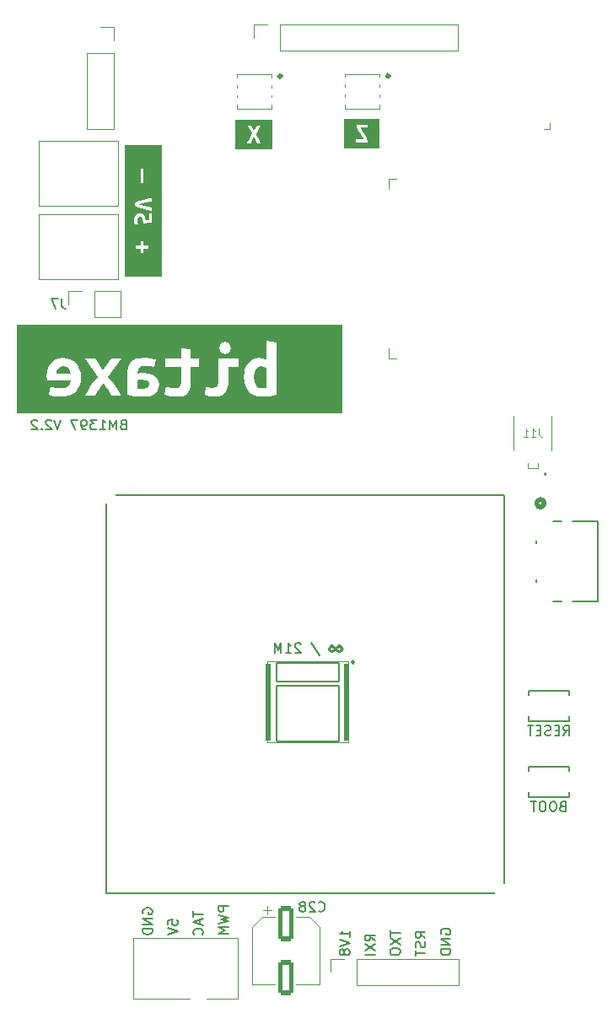
<source format=gbr>
%TF.GenerationSoftware,KiCad,Pcbnew,7.0.6-0*%
%TF.CreationDate,2023-08-11T12:33:22-04:00*%
%TF.ProjectId,bitaxeMax,62697461-7865-44d6-9178-2e6b69636164,rev?*%
%TF.SameCoordinates,Original*%
%TF.FileFunction,Legend,Bot*%
%TF.FilePolarity,Positive*%
%FSLAX46Y46*%
G04 Gerber Fmt 4.6, Leading zero omitted, Abs format (unit mm)*
G04 Created by KiCad (PCBNEW 7.0.6-0) date 2023-08-11 12:33:22*
%MOMM*%
%LPD*%
G01*
G04 APERTURE LIST*
G04 Aperture macros list*
%AMRoundRect*
0 Rectangle with rounded corners*
0 $1 Rounding radius*
0 $2 $3 $4 $5 $6 $7 $8 $9 X,Y pos of 4 corners*
0 Add a 4 corners polygon primitive as box body*
4,1,4,$2,$3,$4,$5,$6,$7,$8,$9,$2,$3,0*
0 Add four circle primitives for the rounded corners*
1,1,$1+$1,$2,$3*
1,1,$1+$1,$4,$5*
1,1,$1+$1,$6,$7*
1,1,$1+$1,$8,$9*
0 Add four rect primitives between the rounded corners*
20,1,$1+$1,$2,$3,$4,$5,0*
20,1,$1+$1,$4,$5,$6,$7,0*
20,1,$1+$1,$6,$7,$8,$9,0*
20,1,$1+$1,$8,$9,$2,$3,0*%
G04 Aperture macros list end*
%ADD10C,0.150000*%
%ADD11C,0.250000*%
%ADD12C,0.125000*%
%ADD13C,0.152400*%
%ADD14C,0.120000*%
%ADD15C,0.100000*%
%ADD16C,0.325707*%
%ADD17C,0.200000*%
%ADD18C,0.508000*%
%ADD19C,3.500000*%
%ADD20O,1.700000X1.700000*%
%ADD21C,0.700000*%
%ADD22C,4.400000*%
%ADD23C,0.400000*%
%ADD24R,0.508000X1.524000*%
%ADD25C,1.295400*%
%ADD26C,1.574800*%
%ADD27R,1.700000X1.700000*%
%ADD28C,2.520000*%
%ADD29R,0.900000X1.500000*%
%ADD30R,1.500000X0.900000*%
%ADD31R,0.900000X0.900000*%
%ADD32RoundRect,0.236600X0.295000X0.000000X-0.295000X0.000000X-0.295000X0.000000X0.295000X0.000000X0*%
%ADD33RoundRect,0.101600X3.150000X0.925000X-3.150000X0.925000X-3.150000X-0.925000X3.150000X-0.925000X0*%
%ADD34RoundRect,0.101600X3.150000X2.775000X-3.150000X2.775000X-3.150000X-2.775000X3.150000X-2.775000X0*%
%ADD35C,0.990600*%
%ADD36C,0.787400*%
%ADD37R,1.193800X0.711200*%
%ADD38RoundRect,0.250000X-0.550000X1.500000X-0.550000X-1.500000X0.550000X-1.500000X0.550000X1.500000X0*%
%ADD39R,0.760000X2.400000*%
%ADD40R,1.346200X0.406400*%
%ADD41R,1.397000X1.600200*%
%ADD42R,1.905000X1.905000*%
%ADD43O,1.600200X0.914400*%
G04 APERTURE END LIST*
D10*
X85450000Y-95700000D02*
X125430000Y-95700000D01*
X125430000Y-135690000D01*
X85450000Y-135690000D01*
X85450000Y-95700000D01*
X117502319Y-140152046D02*
X117026128Y-139818713D01*
X117502319Y-139580618D02*
X116502319Y-139580618D01*
X116502319Y-139580618D02*
X116502319Y-139961570D01*
X116502319Y-139961570D02*
X116549938Y-140056808D01*
X116549938Y-140056808D02*
X116597557Y-140104427D01*
X116597557Y-140104427D02*
X116692795Y-140152046D01*
X116692795Y-140152046D02*
X116835652Y-140152046D01*
X116835652Y-140152046D02*
X116930890Y-140104427D01*
X116930890Y-140104427D02*
X116978509Y-140056808D01*
X116978509Y-140056808D02*
X117026128Y-139961570D01*
X117026128Y-139961570D02*
X117026128Y-139580618D01*
X117454700Y-140532999D02*
X117502319Y-140675856D01*
X117502319Y-140675856D02*
X117502319Y-140913951D01*
X117502319Y-140913951D02*
X117454700Y-141009189D01*
X117454700Y-141009189D02*
X117407080Y-141056808D01*
X117407080Y-141056808D02*
X117311842Y-141104427D01*
X117311842Y-141104427D02*
X117216604Y-141104427D01*
X117216604Y-141104427D02*
X117121366Y-141056808D01*
X117121366Y-141056808D02*
X117073747Y-141009189D01*
X117073747Y-141009189D02*
X117026128Y-140913951D01*
X117026128Y-140913951D02*
X116978509Y-140723475D01*
X116978509Y-140723475D02*
X116930890Y-140628237D01*
X116930890Y-140628237D02*
X116883271Y-140580618D01*
X116883271Y-140580618D02*
X116788033Y-140532999D01*
X116788033Y-140532999D02*
X116692795Y-140532999D01*
X116692795Y-140532999D02*
X116597557Y-140580618D01*
X116597557Y-140580618D02*
X116549938Y-140628237D01*
X116549938Y-140628237D02*
X116502319Y-140723475D01*
X116502319Y-140723475D02*
X116502319Y-140961570D01*
X116502319Y-140961570D02*
X116549938Y-141104427D01*
X116502319Y-141390142D02*
X116502319Y-141961570D01*
X117502319Y-141675856D02*
X116502319Y-141675856D01*
X91663819Y-138827523D02*
X91663819Y-138351333D01*
X91663819Y-138351333D02*
X92140009Y-138303714D01*
X92140009Y-138303714D02*
X92092390Y-138351333D01*
X92092390Y-138351333D02*
X92044771Y-138446571D01*
X92044771Y-138446571D02*
X92044771Y-138684666D01*
X92044771Y-138684666D02*
X92092390Y-138779904D01*
X92092390Y-138779904D02*
X92140009Y-138827523D01*
X92140009Y-138827523D02*
X92235247Y-138875142D01*
X92235247Y-138875142D02*
X92473342Y-138875142D01*
X92473342Y-138875142D02*
X92568580Y-138827523D01*
X92568580Y-138827523D02*
X92616200Y-138779904D01*
X92616200Y-138779904D02*
X92663819Y-138684666D01*
X92663819Y-138684666D02*
X92663819Y-138446571D01*
X92663819Y-138446571D02*
X92616200Y-138351333D01*
X92616200Y-138351333D02*
X92568580Y-138303714D01*
X91663819Y-139160857D02*
X92663819Y-139494190D01*
X92663819Y-139494190D02*
X91663819Y-139827523D01*
X109904819Y-140056809D02*
X109904819Y-139485381D01*
X109904819Y-139771095D02*
X108904819Y-139771095D01*
X108904819Y-139771095D02*
X109047676Y-139675857D01*
X109047676Y-139675857D02*
X109142914Y-139580619D01*
X109142914Y-139580619D02*
X109190533Y-139485381D01*
X108904819Y-140342524D02*
X109904819Y-140675857D01*
X109904819Y-140675857D02*
X108904819Y-141009190D01*
X109333390Y-141485381D02*
X109285771Y-141390143D01*
X109285771Y-141390143D02*
X109238152Y-141342524D01*
X109238152Y-141342524D02*
X109142914Y-141294905D01*
X109142914Y-141294905D02*
X109095295Y-141294905D01*
X109095295Y-141294905D02*
X109000057Y-141342524D01*
X109000057Y-141342524D02*
X108952438Y-141390143D01*
X108952438Y-141390143D02*
X108904819Y-141485381D01*
X108904819Y-141485381D02*
X108904819Y-141675857D01*
X108904819Y-141675857D02*
X108952438Y-141771095D01*
X108952438Y-141771095D02*
X109000057Y-141818714D01*
X109000057Y-141818714D02*
X109095295Y-141866333D01*
X109095295Y-141866333D02*
X109142914Y-141866333D01*
X109142914Y-141866333D02*
X109238152Y-141818714D01*
X109238152Y-141818714D02*
X109285771Y-141771095D01*
X109285771Y-141771095D02*
X109333390Y-141675857D01*
X109333390Y-141675857D02*
X109333390Y-141485381D01*
X109333390Y-141485381D02*
X109381009Y-141390143D01*
X109381009Y-141390143D02*
X109428628Y-141342524D01*
X109428628Y-141342524D02*
X109523866Y-141294905D01*
X109523866Y-141294905D02*
X109714342Y-141294905D01*
X109714342Y-141294905D02*
X109809580Y-141342524D01*
X109809580Y-141342524D02*
X109857200Y-141390143D01*
X109857200Y-141390143D02*
X109904819Y-141485381D01*
X109904819Y-141485381D02*
X109904819Y-141675857D01*
X109904819Y-141675857D02*
X109857200Y-141771095D01*
X109857200Y-141771095D02*
X109809580Y-141818714D01*
X109809580Y-141818714D02*
X109714342Y-141866333D01*
X109714342Y-141866333D02*
X109523866Y-141866333D01*
X109523866Y-141866333D02*
X109428628Y-141818714D01*
X109428628Y-141818714D02*
X109381009Y-141771095D01*
X109381009Y-141771095D02*
X109333390Y-141675857D01*
X106026190Y-110517200D02*
X106883332Y-111802914D01*
X104978570Y-110660057D02*
X104930951Y-110612438D01*
X104930951Y-110612438D02*
X104835713Y-110564819D01*
X104835713Y-110564819D02*
X104597618Y-110564819D01*
X104597618Y-110564819D02*
X104502380Y-110612438D01*
X104502380Y-110612438D02*
X104454761Y-110660057D01*
X104454761Y-110660057D02*
X104407142Y-110755295D01*
X104407142Y-110755295D02*
X104407142Y-110850533D01*
X104407142Y-110850533D02*
X104454761Y-110993390D01*
X104454761Y-110993390D02*
X105026189Y-111564819D01*
X105026189Y-111564819D02*
X104407142Y-111564819D01*
X103454761Y-111564819D02*
X104026189Y-111564819D01*
X103740475Y-111564819D02*
X103740475Y-110564819D01*
X103740475Y-110564819D02*
X103835713Y-110707676D01*
X103835713Y-110707676D02*
X103930951Y-110802914D01*
X103930951Y-110802914D02*
X104026189Y-110850533D01*
X103026189Y-111564819D02*
X103026189Y-110564819D01*
X103026189Y-110564819D02*
X102692856Y-111279104D01*
X102692856Y-111279104D02*
X102359523Y-110564819D01*
X102359523Y-110564819D02*
X102359523Y-111564819D01*
X87159761Y-88623009D02*
X87016904Y-88670628D01*
X87016904Y-88670628D02*
X86969285Y-88718247D01*
X86969285Y-88718247D02*
X86921666Y-88813485D01*
X86921666Y-88813485D02*
X86921666Y-88956342D01*
X86921666Y-88956342D02*
X86969285Y-89051580D01*
X86969285Y-89051580D02*
X87016904Y-89099200D01*
X87016904Y-89099200D02*
X87112142Y-89146819D01*
X87112142Y-89146819D02*
X87493094Y-89146819D01*
X87493094Y-89146819D02*
X87493094Y-88146819D01*
X87493094Y-88146819D02*
X87159761Y-88146819D01*
X87159761Y-88146819D02*
X87064523Y-88194438D01*
X87064523Y-88194438D02*
X87016904Y-88242057D01*
X87016904Y-88242057D02*
X86969285Y-88337295D01*
X86969285Y-88337295D02*
X86969285Y-88432533D01*
X86969285Y-88432533D02*
X87016904Y-88527771D01*
X87016904Y-88527771D02*
X87064523Y-88575390D01*
X87064523Y-88575390D02*
X87159761Y-88623009D01*
X87159761Y-88623009D02*
X87493094Y-88623009D01*
X86493094Y-89146819D02*
X86493094Y-88146819D01*
X86493094Y-88146819D02*
X86159761Y-88861104D01*
X86159761Y-88861104D02*
X85826428Y-88146819D01*
X85826428Y-88146819D02*
X85826428Y-89146819D01*
X84826428Y-89146819D02*
X85397856Y-89146819D01*
X85112142Y-89146819D02*
X85112142Y-88146819D01*
X85112142Y-88146819D02*
X85207380Y-88289676D01*
X85207380Y-88289676D02*
X85302618Y-88384914D01*
X85302618Y-88384914D02*
X85397856Y-88432533D01*
X84493094Y-88146819D02*
X83874047Y-88146819D01*
X83874047Y-88146819D02*
X84207380Y-88527771D01*
X84207380Y-88527771D02*
X84064523Y-88527771D01*
X84064523Y-88527771D02*
X83969285Y-88575390D01*
X83969285Y-88575390D02*
X83921666Y-88623009D01*
X83921666Y-88623009D02*
X83874047Y-88718247D01*
X83874047Y-88718247D02*
X83874047Y-88956342D01*
X83874047Y-88956342D02*
X83921666Y-89051580D01*
X83921666Y-89051580D02*
X83969285Y-89099200D01*
X83969285Y-89099200D02*
X84064523Y-89146819D01*
X84064523Y-89146819D02*
X84350237Y-89146819D01*
X84350237Y-89146819D02*
X84445475Y-89099200D01*
X84445475Y-89099200D02*
X84493094Y-89051580D01*
X83397856Y-89146819D02*
X83207380Y-89146819D01*
X83207380Y-89146819D02*
X83112142Y-89099200D01*
X83112142Y-89099200D02*
X83064523Y-89051580D01*
X83064523Y-89051580D02*
X82969285Y-88908723D01*
X82969285Y-88908723D02*
X82921666Y-88718247D01*
X82921666Y-88718247D02*
X82921666Y-88337295D01*
X82921666Y-88337295D02*
X82969285Y-88242057D01*
X82969285Y-88242057D02*
X83016904Y-88194438D01*
X83016904Y-88194438D02*
X83112142Y-88146819D01*
X83112142Y-88146819D02*
X83302618Y-88146819D01*
X83302618Y-88146819D02*
X83397856Y-88194438D01*
X83397856Y-88194438D02*
X83445475Y-88242057D01*
X83445475Y-88242057D02*
X83493094Y-88337295D01*
X83493094Y-88337295D02*
X83493094Y-88575390D01*
X83493094Y-88575390D02*
X83445475Y-88670628D01*
X83445475Y-88670628D02*
X83397856Y-88718247D01*
X83397856Y-88718247D02*
X83302618Y-88765866D01*
X83302618Y-88765866D02*
X83112142Y-88765866D01*
X83112142Y-88765866D02*
X83016904Y-88718247D01*
X83016904Y-88718247D02*
X82969285Y-88670628D01*
X82969285Y-88670628D02*
X82921666Y-88575390D01*
X82588332Y-88146819D02*
X81921666Y-88146819D01*
X81921666Y-88146819D02*
X82350237Y-89146819D01*
X80921665Y-88146819D02*
X80588332Y-89146819D01*
X80588332Y-89146819D02*
X80254999Y-88146819D01*
X79969284Y-88242057D02*
X79921665Y-88194438D01*
X79921665Y-88194438D02*
X79826427Y-88146819D01*
X79826427Y-88146819D02*
X79588332Y-88146819D01*
X79588332Y-88146819D02*
X79493094Y-88194438D01*
X79493094Y-88194438D02*
X79445475Y-88242057D01*
X79445475Y-88242057D02*
X79397856Y-88337295D01*
X79397856Y-88337295D02*
X79397856Y-88432533D01*
X79397856Y-88432533D02*
X79445475Y-88575390D01*
X79445475Y-88575390D02*
X80016903Y-89146819D01*
X80016903Y-89146819D02*
X79397856Y-89146819D01*
X78969284Y-89051580D02*
X78921665Y-89099200D01*
X78921665Y-89099200D02*
X78969284Y-89146819D01*
X78969284Y-89146819D02*
X79016903Y-89099200D01*
X79016903Y-89099200D02*
X78969284Y-89051580D01*
X78969284Y-89051580D02*
X78969284Y-89146819D01*
X78540713Y-88242057D02*
X78493094Y-88194438D01*
X78493094Y-88194438D02*
X78397856Y-88146819D01*
X78397856Y-88146819D02*
X78159761Y-88146819D01*
X78159761Y-88146819D02*
X78064523Y-88194438D01*
X78064523Y-88194438D02*
X78016904Y-88242057D01*
X78016904Y-88242057D02*
X77969285Y-88337295D01*
X77969285Y-88337295D02*
X77969285Y-88432533D01*
X77969285Y-88432533D02*
X78016904Y-88575390D01*
X78016904Y-88575390D02*
X78588332Y-89146819D01*
X78588332Y-89146819D02*
X77969285Y-89146819D01*
D11*
X108279523Y-110919857D02*
X108089047Y-110824619D01*
X108089047Y-110824619D02*
X107898571Y-110919857D01*
X107898571Y-110919857D02*
X107803333Y-111110333D01*
X107803333Y-111110333D02*
X107898571Y-111300809D01*
X107898571Y-111300809D02*
X108089047Y-111396047D01*
X108089047Y-111396047D02*
X108279523Y-111300809D01*
X108279523Y-111300809D02*
X108660475Y-110919857D01*
X108660475Y-110919857D02*
X108850952Y-110824619D01*
X108850952Y-110824619D02*
X109041428Y-110919857D01*
X109041428Y-110919857D02*
X109136666Y-111110333D01*
X109136666Y-111110333D02*
X109041428Y-111300809D01*
X109041428Y-111300809D02*
X108850952Y-111396047D01*
X108850952Y-111396047D02*
X108660475Y-111300809D01*
X108660475Y-111300809D02*
X108279523Y-110919857D01*
D10*
X112437319Y-140437762D02*
X111961128Y-140104429D01*
X112437319Y-139866334D02*
X111437319Y-139866334D01*
X111437319Y-139866334D02*
X111437319Y-140247286D01*
X111437319Y-140247286D02*
X111484938Y-140342524D01*
X111484938Y-140342524D02*
X111532557Y-140390143D01*
X111532557Y-140390143D02*
X111627795Y-140437762D01*
X111627795Y-140437762D02*
X111770652Y-140437762D01*
X111770652Y-140437762D02*
X111865890Y-140390143D01*
X111865890Y-140390143D02*
X111913509Y-140342524D01*
X111913509Y-140342524D02*
X111961128Y-140247286D01*
X111961128Y-140247286D02*
X111961128Y-139866334D01*
X111437319Y-140771096D02*
X112437319Y-141437762D01*
X111437319Y-141437762D02*
X112437319Y-140771096D01*
X112437319Y-141818715D02*
X111437319Y-141818715D01*
X97719819Y-136958238D02*
X96719819Y-136958238D01*
X96719819Y-136958238D02*
X96719819Y-137339190D01*
X96719819Y-137339190D02*
X96767438Y-137434428D01*
X96767438Y-137434428D02*
X96815057Y-137482047D01*
X96815057Y-137482047D02*
X96910295Y-137529666D01*
X96910295Y-137529666D02*
X97053152Y-137529666D01*
X97053152Y-137529666D02*
X97148390Y-137482047D01*
X97148390Y-137482047D02*
X97196009Y-137434428D01*
X97196009Y-137434428D02*
X97243628Y-137339190D01*
X97243628Y-137339190D02*
X97243628Y-136958238D01*
X96719819Y-137863000D02*
X97719819Y-138101095D01*
X97719819Y-138101095D02*
X97005533Y-138291571D01*
X97005533Y-138291571D02*
X97719819Y-138482047D01*
X97719819Y-138482047D02*
X96719819Y-138720143D01*
X97719819Y-139101095D02*
X96719819Y-139101095D01*
X96719819Y-139101095D02*
X97434104Y-139434428D01*
X97434104Y-139434428D02*
X96719819Y-139767761D01*
X96719819Y-139767761D02*
X97719819Y-139767761D01*
X119082438Y-139771095D02*
X119034819Y-139675857D01*
X119034819Y-139675857D02*
X119034819Y-139533000D01*
X119034819Y-139533000D02*
X119082438Y-139390143D01*
X119082438Y-139390143D02*
X119177676Y-139294905D01*
X119177676Y-139294905D02*
X119272914Y-139247286D01*
X119272914Y-139247286D02*
X119463390Y-139199667D01*
X119463390Y-139199667D02*
X119606247Y-139199667D01*
X119606247Y-139199667D02*
X119796723Y-139247286D01*
X119796723Y-139247286D02*
X119891961Y-139294905D01*
X119891961Y-139294905D02*
X119987200Y-139390143D01*
X119987200Y-139390143D02*
X120034819Y-139533000D01*
X120034819Y-139533000D02*
X120034819Y-139628238D01*
X120034819Y-139628238D02*
X119987200Y-139771095D01*
X119987200Y-139771095D02*
X119939580Y-139818714D01*
X119939580Y-139818714D02*
X119606247Y-139818714D01*
X119606247Y-139818714D02*
X119606247Y-139628238D01*
X120034819Y-140247286D02*
X119034819Y-140247286D01*
X119034819Y-140247286D02*
X120034819Y-140818714D01*
X120034819Y-140818714D02*
X119034819Y-140818714D01*
X120034819Y-141294905D02*
X119034819Y-141294905D01*
X119034819Y-141294905D02*
X119034819Y-141533000D01*
X119034819Y-141533000D02*
X119082438Y-141675857D01*
X119082438Y-141675857D02*
X119177676Y-141771095D01*
X119177676Y-141771095D02*
X119272914Y-141818714D01*
X119272914Y-141818714D02*
X119463390Y-141866333D01*
X119463390Y-141866333D02*
X119606247Y-141866333D01*
X119606247Y-141866333D02*
X119796723Y-141818714D01*
X119796723Y-141818714D02*
X119891961Y-141771095D01*
X119891961Y-141771095D02*
X119987200Y-141675857D01*
X119987200Y-141675857D02*
X120034819Y-141533000D01*
X120034819Y-141533000D02*
X120034819Y-141294905D01*
X113969819Y-139390143D02*
X113969819Y-139961571D01*
X114969819Y-139675857D02*
X113969819Y-139675857D01*
X113969819Y-140199667D02*
X114969819Y-140866333D01*
X113969819Y-140866333D02*
X114969819Y-140199667D01*
X113969819Y-141437762D02*
X113969819Y-141628238D01*
X113969819Y-141628238D02*
X114017438Y-141723476D01*
X114017438Y-141723476D02*
X114112676Y-141818714D01*
X114112676Y-141818714D02*
X114303152Y-141866333D01*
X114303152Y-141866333D02*
X114636485Y-141866333D01*
X114636485Y-141866333D02*
X114826961Y-141818714D01*
X114826961Y-141818714D02*
X114922200Y-141723476D01*
X114922200Y-141723476D02*
X114969819Y-141628238D01*
X114969819Y-141628238D02*
X114969819Y-141437762D01*
X114969819Y-141437762D02*
X114922200Y-141342524D01*
X114922200Y-141342524D02*
X114826961Y-141247286D01*
X114826961Y-141247286D02*
X114636485Y-141199667D01*
X114636485Y-141199667D02*
X114303152Y-141199667D01*
X114303152Y-141199667D02*
X114112676Y-141247286D01*
X114112676Y-141247286D02*
X114017438Y-141342524D01*
X114017438Y-141342524D02*
X113969819Y-141437762D01*
X94187319Y-137482047D02*
X94187319Y-138053475D01*
X95187319Y-137767761D02*
X94187319Y-137767761D01*
X94901604Y-138339190D02*
X94901604Y-138815380D01*
X95187319Y-138243952D02*
X94187319Y-138577285D01*
X94187319Y-138577285D02*
X95187319Y-138910618D01*
X95092080Y-139815380D02*
X95139700Y-139767761D01*
X95139700Y-139767761D02*
X95187319Y-139624904D01*
X95187319Y-139624904D02*
X95187319Y-139529666D01*
X95187319Y-139529666D02*
X95139700Y-139386809D01*
X95139700Y-139386809D02*
X95044461Y-139291571D01*
X95044461Y-139291571D02*
X94949223Y-139243952D01*
X94949223Y-139243952D02*
X94758747Y-139196333D01*
X94758747Y-139196333D02*
X94615890Y-139196333D01*
X94615890Y-139196333D02*
X94425414Y-139243952D01*
X94425414Y-139243952D02*
X94330176Y-139291571D01*
X94330176Y-139291571D02*
X94234938Y-139386809D01*
X94234938Y-139386809D02*
X94187319Y-139529666D01*
X94187319Y-139529666D02*
X94187319Y-139624904D01*
X94187319Y-139624904D02*
X94234938Y-139767761D01*
X94234938Y-139767761D02*
X94282557Y-139815380D01*
X89169938Y-137720143D02*
X89122319Y-137624905D01*
X89122319Y-137624905D02*
X89122319Y-137482048D01*
X89122319Y-137482048D02*
X89169938Y-137339191D01*
X89169938Y-137339191D02*
X89265176Y-137243953D01*
X89265176Y-137243953D02*
X89360414Y-137196334D01*
X89360414Y-137196334D02*
X89550890Y-137148715D01*
X89550890Y-137148715D02*
X89693747Y-137148715D01*
X89693747Y-137148715D02*
X89884223Y-137196334D01*
X89884223Y-137196334D02*
X89979461Y-137243953D01*
X89979461Y-137243953D02*
X90074700Y-137339191D01*
X90074700Y-137339191D02*
X90122319Y-137482048D01*
X90122319Y-137482048D02*
X90122319Y-137577286D01*
X90122319Y-137577286D02*
X90074700Y-137720143D01*
X90074700Y-137720143D02*
X90027080Y-137767762D01*
X90027080Y-137767762D02*
X89693747Y-137767762D01*
X89693747Y-137767762D02*
X89693747Y-137577286D01*
X90122319Y-138196334D02*
X89122319Y-138196334D01*
X89122319Y-138196334D02*
X90122319Y-138767762D01*
X90122319Y-138767762D02*
X89122319Y-138767762D01*
X90122319Y-139243953D02*
X89122319Y-139243953D01*
X89122319Y-139243953D02*
X89122319Y-139482048D01*
X89122319Y-139482048D02*
X89169938Y-139624905D01*
X89169938Y-139624905D02*
X89265176Y-139720143D01*
X89265176Y-139720143D02*
X89360414Y-139767762D01*
X89360414Y-139767762D02*
X89550890Y-139815381D01*
X89550890Y-139815381D02*
X89693747Y-139815381D01*
X89693747Y-139815381D02*
X89884223Y-139767762D01*
X89884223Y-139767762D02*
X89979461Y-139720143D01*
X89979461Y-139720143D02*
X90074700Y-139624905D01*
X90074700Y-139624905D02*
X90122319Y-139482048D01*
X90122319Y-139482048D02*
X90122319Y-139243953D01*
X131373381Y-119834819D02*
X131706714Y-119358628D01*
X131944809Y-119834819D02*
X131944809Y-118834819D01*
X131944809Y-118834819D02*
X131563857Y-118834819D01*
X131563857Y-118834819D02*
X131468619Y-118882438D01*
X131468619Y-118882438D02*
X131421000Y-118930057D01*
X131421000Y-118930057D02*
X131373381Y-119025295D01*
X131373381Y-119025295D02*
X131373381Y-119168152D01*
X131373381Y-119168152D02*
X131421000Y-119263390D01*
X131421000Y-119263390D02*
X131468619Y-119311009D01*
X131468619Y-119311009D02*
X131563857Y-119358628D01*
X131563857Y-119358628D02*
X131944809Y-119358628D01*
X130944809Y-119311009D02*
X130611476Y-119311009D01*
X130468619Y-119834819D02*
X130944809Y-119834819D01*
X130944809Y-119834819D02*
X130944809Y-118834819D01*
X130944809Y-118834819D02*
X130468619Y-118834819D01*
X130087666Y-119787200D02*
X129944809Y-119834819D01*
X129944809Y-119834819D02*
X129706714Y-119834819D01*
X129706714Y-119834819D02*
X129611476Y-119787200D01*
X129611476Y-119787200D02*
X129563857Y-119739580D01*
X129563857Y-119739580D02*
X129516238Y-119644342D01*
X129516238Y-119644342D02*
X129516238Y-119549104D01*
X129516238Y-119549104D02*
X129563857Y-119453866D01*
X129563857Y-119453866D02*
X129611476Y-119406247D01*
X129611476Y-119406247D02*
X129706714Y-119358628D01*
X129706714Y-119358628D02*
X129897190Y-119311009D01*
X129897190Y-119311009D02*
X129992428Y-119263390D01*
X129992428Y-119263390D02*
X130040047Y-119215771D01*
X130040047Y-119215771D02*
X130087666Y-119120533D01*
X130087666Y-119120533D02*
X130087666Y-119025295D01*
X130087666Y-119025295D02*
X130040047Y-118930057D01*
X130040047Y-118930057D02*
X129992428Y-118882438D01*
X129992428Y-118882438D02*
X129897190Y-118834819D01*
X129897190Y-118834819D02*
X129659095Y-118834819D01*
X129659095Y-118834819D02*
X129516238Y-118882438D01*
X129087666Y-119311009D02*
X128754333Y-119311009D01*
X128611476Y-119834819D02*
X129087666Y-119834819D01*
X129087666Y-119834819D02*
X129087666Y-118834819D01*
X129087666Y-118834819D02*
X128611476Y-118834819D01*
X128325761Y-118834819D02*
X127754333Y-118834819D01*
X128040047Y-119834819D02*
X128040047Y-118834819D01*
X81003333Y-75994819D02*
X81003333Y-76709104D01*
X81003333Y-76709104D02*
X81050952Y-76851961D01*
X81050952Y-76851961D02*
X81146190Y-76947200D01*
X81146190Y-76947200D02*
X81289047Y-76994819D01*
X81289047Y-76994819D02*
X81384285Y-76994819D01*
X80622380Y-75994819D02*
X79955714Y-75994819D01*
X79955714Y-75994819D02*
X80384285Y-76994819D01*
X131278142Y-126931009D02*
X131135285Y-126978628D01*
X131135285Y-126978628D02*
X131087666Y-127026247D01*
X131087666Y-127026247D02*
X131040047Y-127121485D01*
X131040047Y-127121485D02*
X131040047Y-127264342D01*
X131040047Y-127264342D02*
X131087666Y-127359580D01*
X131087666Y-127359580D02*
X131135285Y-127407200D01*
X131135285Y-127407200D02*
X131230523Y-127454819D01*
X131230523Y-127454819D02*
X131611475Y-127454819D01*
X131611475Y-127454819D02*
X131611475Y-126454819D01*
X131611475Y-126454819D02*
X131278142Y-126454819D01*
X131278142Y-126454819D02*
X131182904Y-126502438D01*
X131182904Y-126502438D02*
X131135285Y-126550057D01*
X131135285Y-126550057D02*
X131087666Y-126645295D01*
X131087666Y-126645295D02*
X131087666Y-126740533D01*
X131087666Y-126740533D02*
X131135285Y-126835771D01*
X131135285Y-126835771D02*
X131182904Y-126883390D01*
X131182904Y-126883390D02*
X131278142Y-126931009D01*
X131278142Y-126931009D02*
X131611475Y-126931009D01*
X130420999Y-126454819D02*
X130230523Y-126454819D01*
X130230523Y-126454819D02*
X130135285Y-126502438D01*
X130135285Y-126502438D02*
X130040047Y-126597676D01*
X130040047Y-126597676D02*
X129992428Y-126788152D01*
X129992428Y-126788152D02*
X129992428Y-127121485D01*
X129992428Y-127121485D02*
X130040047Y-127311961D01*
X130040047Y-127311961D02*
X130135285Y-127407200D01*
X130135285Y-127407200D02*
X130230523Y-127454819D01*
X130230523Y-127454819D02*
X130420999Y-127454819D01*
X130420999Y-127454819D02*
X130516237Y-127407200D01*
X130516237Y-127407200D02*
X130611475Y-127311961D01*
X130611475Y-127311961D02*
X130659094Y-127121485D01*
X130659094Y-127121485D02*
X130659094Y-126788152D01*
X130659094Y-126788152D02*
X130611475Y-126597676D01*
X130611475Y-126597676D02*
X130516237Y-126502438D01*
X130516237Y-126502438D02*
X130420999Y-126454819D01*
X129373380Y-126454819D02*
X129182904Y-126454819D01*
X129182904Y-126454819D02*
X129087666Y-126502438D01*
X129087666Y-126502438D02*
X128992428Y-126597676D01*
X128992428Y-126597676D02*
X128944809Y-126788152D01*
X128944809Y-126788152D02*
X128944809Y-127121485D01*
X128944809Y-127121485D02*
X128992428Y-127311961D01*
X128992428Y-127311961D02*
X129087666Y-127407200D01*
X129087666Y-127407200D02*
X129182904Y-127454819D01*
X129182904Y-127454819D02*
X129373380Y-127454819D01*
X129373380Y-127454819D02*
X129468618Y-127407200D01*
X129468618Y-127407200D02*
X129563856Y-127311961D01*
X129563856Y-127311961D02*
X129611475Y-127121485D01*
X129611475Y-127121485D02*
X129611475Y-126788152D01*
X129611475Y-126788152D02*
X129563856Y-126597676D01*
X129563856Y-126597676D02*
X129468618Y-126502438D01*
X129468618Y-126502438D02*
X129373380Y-126454819D01*
X128659094Y-126454819D02*
X128087666Y-126454819D01*
X128373380Y-127454819D02*
X128373380Y-126454819D01*
X106790857Y-137434580D02*
X106838476Y-137482200D01*
X106838476Y-137482200D02*
X106981333Y-137529819D01*
X106981333Y-137529819D02*
X107076571Y-137529819D01*
X107076571Y-137529819D02*
X107219428Y-137482200D01*
X107219428Y-137482200D02*
X107314666Y-137386961D01*
X107314666Y-137386961D02*
X107362285Y-137291723D01*
X107362285Y-137291723D02*
X107409904Y-137101247D01*
X107409904Y-137101247D02*
X107409904Y-136958390D01*
X107409904Y-136958390D02*
X107362285Y-136767914D01*
X107362285Y-136767914D02*
X107314666Y-136672676D01*
X107314666Y-136672676D02*
X107219428Y-136577438D01*
X107219428Y-136577438D02*
X107076571Y-136529819D01*
X107076571Y-136529819D02*
X106981333Y-136529819D01*
X106981333Y-136529819D02*
X106838476Y-136577438D01*
X106838476Y-136577438D02*
X106790857Y-136625057D01*
X106409904Y-136625057D02*
X106362285Y-136577438D01*
X106362285Y-136577438D02*
X106267047Y-136529819D01*
X106267047Y-136529819D02*
X106028952Y-136529819D01*
X106028952Y-136529819D02*
X105933714Y-136577438D01*
X105933714Y-136577438D02*
X105886095Y-136625057D01*
X105886095Y-136625057D02*
X105838476Y-136720295D01*
X105838476Y-136720295D02*
X105838476Y-136815533D01*
X105838476Y-136815533D02*
X105886095Y-136958390D01*
X105886095Y-136958390D02*
X106457523Y-137529819D01*
X106457523Y-137529819D02*
X105838476Y-137529819D01*
X105267047Y-136958390D02*
X105362285Y-136910771D01*
X105362285Y-136910771D02*
X105409904Y-136863152D01*
X105409904Y-136863152D02*
X105457523Y-136767914D01*
X105457523Y-136767914D02*
X105457523Y-136720295D01*
X105457523Y-136720295D02*
X105409904Y-136625057D01*
X105409904Y-136625057D02*
X105362285Y-136577438D01*
X105362285Y-136577438D02*
X105267047Y-136529819D01*
X105267047Y-136529819D02*
X105076571Y-136529819D01*
X105076571Y-136529819D02*
X104981333Y-136577438D01*
X104981333Y-136577438D02*
X104933714Y-136625057D01*
X104933714Y-136625057D02*
X104886095Y-136720295D01*
X104886095Y-136720295D02*
X104886095Y-136767914D01*
X104886095Y-136767914D02*
X104933714Y-136863152D01*
X104933714Y-136863152D02*
X104981333Y-136910771D01*
X104981333Y-136910771D02*
X105076571Y-136958390D01*
X105076571Y-136958390D02*
X105267047Y-136958390D01*
X105267047Y-136958390D02*
X105362285Y-137006009D01*
X105362285Y-137006009D02*
X105409904Y-137053628D01*
X105409904Y-137053628D02*
X105457523Y-137148866D01*
X105457523Y-137148866D02*
X105457523Y-137339342D01*
X105457523Y-137339342D02*
X105409904Y-137434580D01*
X105409904Y-137434580D02*
X105362285Y-137482200D01*
X105362285Y-137482200D02*
X105267047Y-137529819D01*
X105267047Y-137529819D02*
X105076571Y-137529819D01*
X105076571Y-137529819D02*
X104981333Y-137482200D01*
X104981333Y-137482200D02*
X104933714Y-137434580D01*
X104933714Y-137434580D02*
X104886095Y-137339342D01*
X104886095Y-137339342D02*
X104886095Y-137148866D01*
X104886095Y-137148866D02*
X104933714Y-137053628D01*
X104933714Y-137053628D02*
X104981333Y-137006009D01*
X104981333Y-137006009D02*
X105076571Y-136958390D01*
D12*
X128917619Y-89053595D02*
X128917619Y-89625023D01*
X128917619Y-89625023D02*
X128955714Y-89739309D01*
X128955714Y-89739309D02*
X129031905Y-89815500D01*
X129031905Y-89815500D02*
X129146190Y-89853595D01*
X129146190Y-89853595D02*
X129222381Y-89853595D01*
X128117619Y-89853595D02*
X128574762Y-89853595D01*
X128346190Y-89853595D02*
X128346190Y-89053595D01*
X128346190Y-89053595D02*
X128422381Y-89167880D01*
X128422381Y-89167880D02*
X128498571Y-89244071D01*
X128498571Y-89244071D02*
X128574762Y-89282166D01*
X127355714Y-89853595D02*
X127812857Y-89853595D01*
X127584285Y-89853595D02*
X127584285Y-89053595D01*
X127584285Y-89053595D02*
X127660476Y-89167880D01*
X127660476Y-89167880D02*
X127736666Y-89244071D01*
X127736666Y-89244071D02*
X127812857Y-89282166D01*
D13*
%TO.C,SW1*%
X131953000Y-118364000D02*
X127889000Y-118364000D01*
X131953000Y-117934740D02*
X131953000Y-118364000D01*
X131953000Y-115316000D02*
X131953000Y-115745260D01*
X127889000Y-118364000D02*
X127889000Y-117934740D01*
X127889000Y-115745260D02*
X127889000Y-115316000D01*
X127889000Y-115316000D02*
X131953000Y-115316000D01*
D14*
%TO.C,J4*%
X88198600Y-140193000D02*
X98663400Y-140193000D01*
X88198600Y-146289000D02*
X88198600Y-140193000D01*
X93861825Y-146289000D02*
X88198600Y-146289000D01*
X98663400Y-140193000D02*
X98663400Y-146289000D01*
X98663400Y-146289000D02*
X95540175Y-146289000D01*
%TO.C,J9*%
X86189000Y-58999000D02*
X83529000Y-58999000D01*
X86189000Y-51319000D02*
X86189000Y-58999000D01*
X86189000Y-51319000D02*
X83529000Y-51319000D01*
X86189000Y-50049000D02*
X86189000Y-48719000D01*
X86189000Y-48719000D02*
X84859000Y-48719000D01*
X83529000Y-51319000D02*
X83529000Y-58999000D01*
%TO.C,J2*%
X86650000Y-66640000D02*
X86650000Y-60140000D01*
X86650000Y-60140000D02*
X78650000Y-60140000D01*
X78650000Y-66640000D02*
X86650000Y-66640000D01*
X78650000Y-60140000D02*
X78650000Y-66640000D01*
%TO.C,J1*%
X86650000Y-74060000D02*
X86650000Y-67560000D01*
X86650000Y-67560000D02*
X78650000Y-67560000D01*
X78650000Y-74060000D02*
X86650000Y-74060000D01*
X78650000Y-67560000D02*
X78650000Y-74060000D01*
%TO.C,J6*%
X120736000Y-48469000D02*
X120736000Y-51129000D01*
X102896000Y-48469000D02*
X120736000Y-48469000D01*
X102896000Y-48469000D02*
X102896000Y-51129000D01*
X101626000Y-48469000D02*
X100296000Y-48469000D01*
X100296000Y-48469000D02*
X100296000Y-49799000D01*
X102896000Y-51129000D02*
X120736000Y-51129000D01*
%TO.C,J7*%
X86870000Y-75210000D02*
X86870000Y-77870000D01*
X84270000Y-75210000D02*
X86870000Y-75210000D01*
X84270000Y-75210000D02*
X84270000Y-77870000D01*
X83000000Y-75210000D02*
X81670000Y-75210000D01*
X81670000Y-75210000D02*
X81670000Y-76540000D01*
X84270000Y-77870000D02*
X86870000Y-77870000D01*
%TO.C,J3*%
X120840000Y-142250000D02*
X120840000Y-144910000D01*
X110620000Y-142250000D02*
X120840000Y-142250000D01*
X110620000Y-142250000D02*
X110620000Y-144910000D01*
X109350000Y-142250000D02*
X108020000Y-142250000D01*
X108020000Y-142250000D02*
X108020000Y-143580000D01*
X110620000Y-144910000D02*
X120840000Y-144910000D01*
%TO.C,U12*%
X113860000Y-81960000D02*
X113860000Y-80960000D01*
X114610000Y-81960000D02*
X113860000Y-81960000D01*
X113860000Y-63960000D02*
X113860000Y-64960000D01*
X114610000Y-63960000D02*
X113860000Y-63960000D01*
%TO.C,IC1*%
X109740000Y-120530000D02*
X109740000Y-112430000D01*
X109740000Y-112430000D02*
X101640000Y-112430000D01*
X101640000Y-120530000D02*
X109740000Y-120530000D01*
X101640000Y-112430000D02*
X101640000Y-120530000D01*
D11*
X110369000Y-112466000D02*
G75*
G03*
X110369000Y-112466000I-125000J0D01*
G01*
D14*
%TO.C,J5*%
X130035000Y-59000000D02*
X130035000Y-58365000D01*
X129400000Y-59000000D02*
X130035000Y-59000000D01*
D13*
%TO.C,SW2*%
X131953000Y-125984000D02*
X127889000Y-125984000D01*
X131953000Y-125554740D02*
X131953000Y-125984000D01*
X131953000Y-122936000D02*
X131953000Y-123365260D01*
X127889000Y-125984000D02*
X127889000Y-125554740D01*
X127889000Y-123365260D02*
X127889000Y-122936000D01*
X127889000Y-122936000D02*
X131953000Y-122936000D01*
D15*
%TO.C,U13*%
X112888747Y-56932600D02*
X109383547Y-56932600D01*
X112888747Y-53427400D02*
X112888747Y-56932600D01*
X109383547Y-56932600D02*
X109383547Y-53427400D01*
X109383547Y-53427400D02*
X112888747Y-53427400D01*
D16*
X113919000Y-53620000D02*
G75*
G03*
X113919000Y-53620000I-162853J0D01*
G01*
%TO.C,kibuzzard-6387EEBE*%
G36*
X102183568Y-60969709D02*
G01*
X100992943Y-60969709D01*
X100007105Y-60969709D01*
X99627057Y-60969709D01*
X98436432Y-60969709D01*
X98436432Y-60374396D01*
X99627057Y-60374396D01*
X100007105Y-60374396D01*
X100067470Y-60220806D01*
X100139979Y-60051499D01*
X100220346Y-59874334D01*
X100304285Y-59697169D01*
X100387152Y-59868976D01*
X100470020Y-60047213D01*
X100547173Y-60219734D01*
X100612895Y-60374396D01*
X100992943Y-60374396D01*
X100908646Y-60188659D01*
X100850067Y-60075788D01*
X100785774Y-59954344D01*
X100716837Y-59826828D01*
X100644328Y-59695740D01*
X100571461Y-59565367D01*
X100501452Y-59439994D01*
X100964368Y-58605604D01*
X100584320Y-58605604D01*
X100304285Y-59171389D01*
X100009963Y-58605604D01*
X99655632Y-58605604D01*
X100107118Y-59431421D01*
X100030679Y-59557151D01*
X99955670Y-59688596D01*
X99883875Y-59821113D01*
X99817081Y-59950058D01*
X99756717Y-60072930D01*
X99704210Y-60187230D01*
X99627057Y-60374396D01*
X98436432Y-60374396D01*
X98436432Y-58010291D01*
X99627057Y-58010291D01*
X100992943Y-58010291D01*
X102183568Y-58010291D01*
X102183568Y-60969709D01*
G37*
%TO.C,kibuzzard-6387EECB*%
G36*
X112913555Y-60909709D02*
G01*
X111722930Y-60909709D01*
X110557070Y-60909709D01*
X109366445Y-60909709D01*
X109366445Y-60314396D01*
X110557070Y-60314396D01*
X111722930Y-60314396D01*
X111722930Y-60111514D01*
X111657922Y-59985427D01*
X111588627Y-59852910D01*
X111512904Y-59712535D01*
X111428608Y-59562874D01*
X111336096Y-59402139D01*
X111235726Y-59228546D01*
X111126070Y-59040666D01*
X111005697Y-58837069D01*
X111685783Y-58837069D01*
X111685783Y-58545604D01*
X110582787Y-58545604D01*
X110582787Y-58791349D01*
X110700659Y-58974229D01*
X110808530Y-59145679D01*
X110907828Y-59307485D01*
X110999982Y-59461432D01*
X111086065Y-59608594D01*
X111167146Y-59750040D01*
X111243942Y-59887557D01*
X111317165Y-60022931D01*
X110557070Y-60022931D01*
X110557070Y-60314396D01*
X109366445Y-60314396D01*
X109366445Y-57950291D01*
X110557070Y-57950291D01*
X111722930Y-57950291D01*
X112913555Y-57950291D01*
X112913555Y-60909709D01*
G37*
D14*
%TO.C,C28*%
X101642500Y-136982500D02*
X101642500Y-137770000D01*
X101248750Y-137376250D02*
X102036250Y-137376250D01*
X105835563Y-138010000D02*
X104550000Y-138010000D01*
X105835563Y-138010000D02*
X106900000Y-139074437D01*
X101144437Y-138010000D02*
X102430000Y-138010000D01*
X101144437Y-138010000D02*
X100080000Y-139074437D01*
X106900000Y-139074437D02*
X106900000Y-144830000D01*
X100080000Y-139074437D02*
X100080000Y-144830000D01*
X106900000Y-144830000D02*
X104550000Y-144830000D01*
X100080000Y-144830000D02*
X102430000Y-144830000D01*
%TO.C,kibuzzard-6392B1E5*%
G36*
X91026470Y-62957900D02*
G01*
X91026470Y-71416100D01*
X91026470Y-73797350D01*
X87315530Y-73797350D01*
X87315530Y-71416100D01*
X87315530Y-70664577D01*
X88413762Y-70664577D01*
X88413762Y-70967472D01*
X88910967Y-70967472D01*
X88910967Y-71416100D01*
X89199575Y-71416100D01*
X89199575Y-70967472D01*
X89696780Y-70967472D01*
X89696780Y-70664577D01*
X89199575Y-70664577D01*
X89199575Y-70215950D01*
X88910967Y-70215950D01*
X88910967Y-70664577D01*
X88413762Y-70664577D01*
X87315530Y-70664577D01*
X87315530Y-68095685D01*
X88268030Y-68095685D01*
X88276602Y-68235702D01*
X88298034Y-68372862D01*
X88328037Y-68491449D01*
X88359470Y-68572887D01*
X88650935Y-68501450D01*
X88593785Y-68341430D01*
X88574497Y-68232131D01*
X88568067Y-68098542D01*
X88590927Y-67928521D01*
X88649506Y-67822794D01*
X88730945Y-67769930D01*
X88825242Y-67755642D01*
X88960974Y-67779931D01*
X89066701Y-67877086D01*
X89135281Y-68084255D01*
X89153498Y-68239274D01*
X89159570Y-68435727D01*
X89397100Y-68410010D01*
X89629629Y-68390007D01*
X89855728Y-68375006D01*
X90073970Y-68364290D01*
X90073970Y-67461320D01*
X89782505Y-67461320D01*
X89782505Y-68069967D01*
X89591052Y-68084255D01*
X89428175Y-68098542D01*
X89398965Y-67882325D01*
X89341815Y-67706113D01*
X89256725Y-67569905D01*
X89144330Y-67473068D01*
X89005265Y-67414965D01*
X88839530Y-67395597D01*
X88612359Y-67438460D01*
X88430907Y-67569905D01*
X88362327Y-67669203D01*
X88310892Y-67789932D01*
X88278746Y-67932093D01*
X88268030Y-68095685D01*
X87315530Y-68095685D01*
X87315530Y-66712655D01*
X88305177Y-66712655D01*
X88515204Y-66783378D01*
X88750947Y-66858387D01*
X88916524Y-66908870D01*
X89081782Y-66957447D01*
X89246724Y-67004120D01*
X89408490Y-67048252D01*
X89564224Y-67089210D01*
X89713925Y-67126992D01*
X89913950Y-67174141D01*
X90073970Y-67207002D01*
X90073970Y-66835527D01*
X89925737Y-66814096D01*
X89755359Y-66784092D01*
X89571050Y-66748017D01*
X89381026Y-66708369D01*
X89189574Y-66665506D01*
X89000979Y-66619786D01*
X88823457Y-66572995D01*
X88665222Y-66526917D01*
X88821313Y-66481197D01*
X88998121Y-66435477D01*
X89186716Y-66391186D01*
X89378169Y-66349752D01*
X89568550Y-66311176D01*
X89753930Y-66275457D01*
X89925380Y-66244025D01*
X90073970Y-66218307D01*
X90073970Y-65849690D01*
X89892519Y-65887909D01*
X89691065Y-65933986D01*
X89474252Y-65987564D01*
X89246724Y-66048286D01*
X89090514Y-66092577D01*
X88932399Y-66139726D01*
X88772379Y-66189732D01*
X88613152Y-66241802D01*
X88457419Y-66295142D01*
X88305177Y-66349752D01*
X88305177Y-66712655D01*
X87315530Y-66712655D01*
X87315530Y-62957900D01*
X88936685Y-62957900D01*
X88936685Y-64386650D01*
X89199575Y-64386650D01*
X89199575Y-62957900D01*
X88936685Y-62957900D01*
X87315530Y-62957900D01*
X87315530Y-60576650D01*
X91026470Y-60576650D01*
X91026470Y-62957900D01*
G37*
D15*
%TO.C,J11*%
X130175000Y-87775000D02*
X130175000Y-91205000D01*
D17*
X129540000Y-93690000D02*
X129540000Y-93690000D01*
X129540000Y-93490000D02*
X129540000Y-93490000D01*
D15*
X128770000Y-92990000D02*
X127770000Y-92990000D01*
X128770000Y-92490000D02*
X128770000Y-92990000D01*
X127770000Y-92490000D02*
X127770000Y-92990000D01*
X126365000Y-87775000D02*
X126365000Y-91205000D01*
D17*
X129540000Y-93490000D02*
G75*
G03*
X129540000Y-93690000I0J-100000D01*
G01*
X129540000Y-93690000D02*
G75*
G03*
X129540000Y-93490000I0J100000D01*
G01*
D15*
%TO.C,U4*%
X102054894Y-56962600D02*
X98549694Y-56962600D01*
X102054894Y-53457400D02*
X102054894Y-56962600D01*
X98549694Y-56962600D02*
X98549694Y-53457400D01*
X98549694Y-53457400D02*
X102054894Y-53457400D01*
D16*
X103085147Y-53650000D02*
G75*
G03*
X103085147Y-53650000I-162853J0D01*
G01*
D13*
%TO.C,USB1*%
X134781398Y-98308698D02*
X134781398Y-106411298D01*
X132291718Y-98308698D02*
X134781398Y-98308698D01*
X130314277Y-98308698D02*
X131182281Y-98308698D01*
X128659999Y-100524058D02*
X128659999Y-100292837D01*
X128659999Y-104427159D02*
X128659999Y-104195938D01*
X134781398Y-106411298D02*
X132291718Y-106411298D01*
X131182281Y-106411298D02*
X130314277Y-106411298D01*
D18*
X129442999Y-96530698D02*
G75*
G03*
X129442999Y-96530698I-381000J0D01*
G01*
%TO.C,kibuzzard-63D74789*%
G36*
X81486990Y-82810844D02*
G01*
X81717177Y-82985469D01*
X81860052Y-83239469D01*
X81927521Y-83533156D01*
X80435271Y-83533156D01*
X80474958Y-83243437D01*
X80601958Y-82993406D01*
X80824208Y-82814813D01*
X81157583Y-82747344D01*
X81486990Y-82810844D01*
G37*
G36*
X89325271Y-84156250D02*
G01*
X89575302Y-84223719D01*
X89745958Y-84358656D01*
X89809458Y-84588844D01*
X89618958Y-84950000D01*
X89126833Y-85057156D01*
X88817271Y-85053188D01*
X88555333Y-85033344D01*
X88555333Y-84176094D01*
X88785521Y-84148313D01*
X89031583Y-84136406D01*
X89325271Y-84156250D01*
G37*
G36*
X101291052Y-82830688D02*
G01*
X101556958Y-82937844D01*
X101556958Y-84961906D01*
X101322802Y-84993656D01*
X101112458Y-85001594D01*
X100771146Y-84937102D01*
X100509208Y-84743625D01*
X100342521Y-84395367D01*
X100286958Y-83866531D01*
X100329622Y-83404172D01*
X100457615Y-83064844D01*
X100672919Y-82856484D01*
X100977521Y-82787031D01*
X101291052Y-82830688D01*
G37*
G36*
X109147854Y-87496615D02*
G01*
X102533271Y-87496615D01*
X101088646Y-87496615D01*
X96405521Y-87496615D01*
X92532021Y-87496615D01*
X89198271Y-87496615D01*
X83332458Y-87496615D01*
X80887708Y-87496615D01*
X79490708Y-87496615D01*
X76514146Y-87496615D01*
X76514146Y-83842719D01*
X79490708Y-83842719D01*
X79494677Y-84041156D01*
X79506583Y-84207844D01*
X81927521Y-84207844D01*
X81852115Y-84534273D01*
X81625896Y-84783312D01*
X81280615Y-84941070D01*
X80848021Y-84993656D01*
X80288427Y-84930156D01*
X79839958Y-84803156D01*
X79705021Y-85636594D01*
X80244771Y-85783438D01*
X80887708Y-85842969D01*
X81339154Y-85812211D01*
X81585443Y-85755656D01*
X83332458Y-85755656D01*
X84348458Y-85755656D01*
X84562771Y-85372672D01*
X84777083Y-85033344D01*
X84985443Y-84731719D01*
X85181896Y-84461844D01*
X85408115Y-84775375D01*
X85610521Y-85080969D01*
X85803005Y-85400453D01*
X85999458Y-85755656D01*
X86991646Y-85755656D01*
X86940154Y-85668344D01*
X87618708Y-85668344D01*
X88253708Y-85779469D01*
X88700193Y-85827094D01*
X89198271Y-85842969D01*
X89845177Y-85779469D01*
X90182146Y-85636594D01*
X91341396Y-85636594D01*
X91924802Y-85795344D01*
X92532021Y-85842969D01*
X93135271Y-85787406D01*
X93530383Y-85596906D01*
X95349833Y-85596906D01*
X95917365Y-85791375D01*
X96405521Y-85842969D01*
X96755763Y-85815188D01*
X97044490Y-85731844D01*
X97457240Y-85410375D01*
X97675521Y-84898406D01*
X97723146Y-84574953D01*
X97739021Y-84207844D01*
X97739021Y-83890344D01*
X99294771Y-83890344D01*
X99324536Y-84314008D01*
X99413833Y-84696000D01*
X99560677Y-85030367D01*
X99763083Y-85311156D01*
X100019068Y-85536383D01*
X100326646Y-85704063D01*
X100683833Y-85808242D01*
X101088646Y-85842969D01*
X101473615Y-85829078D01*
X101866521Y-85787406D01*
X102231646Y-85723906D01*
X102533271Y-85644531D01*
X102533271Y-80413719D01*
X101556958Y-80247031D01*
X101556958Y-82112344D01*
X101160083Y-81981375D01*
X100779083Y-81945656D01*
X100435786Y-81980383D01*
X100136146Y-82084562D01*
X99671802Y-82481437D01*
X99508091Y-82764211D01*
X99390021Y-83096594D01*
X99318583Y-83473625D01*
X99294771Y-83890344D01*
X97739021Y-83890344D01*
X97739021Y-82834656D01*
X98770896Y-82834656D01*
X98770896Y-82025031D01*
X97421521Y-82025031D01*
X96762708Y-82025031D01*
X96762708Y-84334844D01*
X96639677Y-84830938D01*
X96230896Y-84993656D01*
X95905458Y-84957938D01*
X95476833Y-84811094D01*
X95349833Y-85596906D01*
X93530383Y-85596906D01*
X93579771Y-85573094D01*
X93857583Y-85124625D01*
X93929021Y-84790258D01*
X93952833Y-84366594D01*
X93952833Y-82834656D01*
X94802146Y-82834656D01*
X94802146Y-82025031D01*
X93952833Y-82025031D01*
X93952833Y-81088406D01*
X93122971Y-80953469D01*
X96802396Y-80953469D01*
X96984958Y-81405906D01*
X97421521Y-81572594D01*
X97854115Y-81405906D01*
X98032708Y-80953469D01*
X97854115Y-80493094D01*
X97421521Y-80326406D01*
X96984958Y-80493094D01*
X96802396Y-80953469D01*
X93122971Y-80953469D01*
X92976521Y-80929656D01*
X92976521Y-82025031D01*
X91412833Y-82025031D01*
X91412833Y-82834656D01*
X92976521Y-82834656D01*
X92976521Y-84342781D01*
X92936833Y-84676156D01*
X92825708Y-84874594D01*
X92651083Y-84969844D01*
X92420896Y-84993656D01*
X92170865Y-84985719D01*
X91948615Y-84957938D01*
X91726365Y-84898406D01*
X91476333Y-84795219D01*
X91341396Y-85636594D01*
X90182146Y-85636594D01*
X90341271Y-85569125D01*
X90658771Y-85188125D01*
X90769896Y-84612656D01*
X90642896Y-84064969D01*
X90301583Y-83707781D01*
X89809458Y-83513312D01*
X89230021Y-83453781D01*
X88870849Y-83469656D01*
X88555333Y-83517281D01*
X88555333Y-83398219D01*
X88729958Y-82933875D01*
X88968083Y-82793977D01*
X89333208Y-82747344D01*
X89868990Y-82787031D01*
X90285708Y-82882281D01*
X90420646Y-82096469D01*
X89904708Y-81981375D01*
X89565380Y-81942680D01*
X89214146Y-81929781D01*
X88792466Y-81956570D01*
X88448177Y-82036937D01*
X87960021Y-82338562D01*
X87698083Y-82814813D01*
X87618708Y-83445844D01*
X87618708Y-85668344D01*
X86940154Y-85668344D01*
X86717802Y-85291313D01*
X86392365Y-84799188D01*
X86035177Y-84303094D01*
X85674021Y-83834781D01*
X86983708Y-82025031D01*
X85959771Y-82025031D01*
X85134271Y-83191844D01*
X84372271Y-82025031D01*
X83380083Y-82025031D01*
X84586583Y-83818906D01*
X84213521Y-84307063D01*
X83864271Y-84826969D01*
X83562646Y-85327031D01*
X83332458Y-85755656D01*
X81585443Y-85755656D01*
X81740990Y-85719938D01*
X82090240Y-85567141D01*
X82383927Y-85354813D01*
X82619076Y-85083945D01*
X82792708Y-84755531D01*
X82899865Y-84368578D01*
X82935583Y-83922094D01*
X82897880Y-83459734D01*
X82784771Y-83056906D01*
X82610146Y-82714602D01*
X82387896Y-82433812D01*
X82123974Y-82214539D01*
X81824333Y-82056781D01*
X81502865Y-81961531D01*
X81173458Y-81929781D01*
X80667222Y-81984021D01*
X80249181Y-82146740D01*
X79919333Y-82417937D01*
X79681208Y-82793205D01*
X79538333Y-83268132D01*
X79490708Y-83842719D01*
X76514146Y-83842719D01*
X76514146Y-78593385D01*
X79490708Y-78593385D01*
X102533271Y-78593385D01*
X109147854Y-78593385D01*
X109147854Y-87496615D01*
G37*
%TD*%
%LPC*%
D14*
%TO.C,U12*%
X139360000Y-81960000D02*
X139360000Y-63960000D01*
%TD*%
D19*
%TO.C,H6*%
X84764000Y-94984000D03*
%TD*%
%TO.C,H5*%
X126130000Y-136350000D03*
%TD*%
D20*
%TO.C,*%
X80110000Y-55129000D03*
%TD*%
D21*
%TO.C,H4*%
X78337000Y-50603000D03*
X78820274Y-49436274D03*
X78820274Y-51769726D03*
X79987000Y-48953000D03*
D22*
X79987000Y-50603000D03*
D21*
X79987000Y-52253000D03*
X81153726Y-49436274D03*
X81153726Y-51769726D03*
X81637000Y-50603000D03*
%TD*%
%TO.C,H3*%
X129330000Y-144470000D03*
X129813274Y-143303274D03*
X129813274Y-145636726D03*
X130980000Y-142820000D03*
D22*
X130980000Y-144470000D03*
D21*
X130980000Y-146120000D03*
X132146726Y-143303274D03*
X132146726Y-145636726D03*
X132630000Y-144470000D03*
%TD*%
%TO.C,H2*%
X129033000Y-50604000D03*
X129516274Y-49437274D03*
X129516274Y-51770726D03*
X130683000Y-48954000D03*
D22*
X130683000Y-50604000D03*
D21*
X130683000Y-52254000D03*
X131849726Y-49437274D03*
X131849726Y-51770726D03*
X132333000Y-50604000D03*
%TD*%
%TO.C,H1*%
X78370000Y-144380000D03*
X78853274Y-143213274D03*
X78853274Y-145546726D03*
X80020000Y-142730000D03*
D22*
X80020000Y-144380000D03*
D21*
X80020000Y-146030000D03*
X81186726Y-143213274D03*
X81186726Y-145546726D03*
X81670000Y-144380000D03*
%TD*%
D23*
%TO.C,U9*%
X98201691Y-68847200D03*
X99151691Y-69422200D03*
X97251691Y-69422200D03*
X98201691Y-69997200D03*
%TD*%
D20*
%TO.C,*%
X80110000Y-57669000D03*
%TD*%
D24*
%TO.C,SW1*%
X132080000Y-116840000D03*
X127762000Y-116840000D03*
%TD*%
D25*
%TO.C,J4*%
X94701000Y-145782001D03*
D26*
X89621000Y-143622000D03*
X92161000Y-143622000D03*
X94701000Y-143622000D03*
X97241000Y-143622000D03*
%TD*%
D27*
%TO.C,J9*%
X84859000Y-50049000D03*
D20*
X84859000Y-52589000D03*
X84859000Y-55129000D03*
X84859000Y-57669000D03*
%TD*%
D28*
%TO.C,J2*%
X85190000Y-63390000D03*
X80110000Y-63390000D03*
%TD*%
%TO.C,J1*%
X85190000Y-70810000D03*
X80110000Y-70810000D03*
%TD*%
D27*
%TO.C,J6*%
X101626000Y-49799000D03*
D20*
X104166000Y-49799000D03*
X106706000Y-49799000D03*
X109246000Y-49799000D03*
X111786000Y-49799000D03*
X114326000Y-49799000D03*
X116866000Y-49799000D03*
X119406000Y-49799000D03*
%TD*%
D27*
%TO.C,J7*%
X83000000Y-76540000D03*
D20*
X85540000Y-76540000D03*
%TD*%
D27*
%TO.C,J3*%
X109350000Y-143580000D03*
D20*
X111890000Y-143580000D03*
X114430000Y-143580000D03*
X116970000Y-143580000D03*
X119510000Y-143580000D03*
%TD*%
D29*
%TO.C,U12*%
X131870000Y-81710000D03*
X130600000Y-81710000D03*
X129330000Y-81710000D03*
X128060000Y-81710000D03*
X126790000Y-81710000D03*
X125520000Y-81710000D03*
X124250000Y-81710000D03*
X122980000Y-81710000D03*
X121710000Y-81710000D03*
X120440000Y-81710000D03*
X119170000Y-81710000D03*
X117900000Y-81710000D03*
X116630000Y-81710000D03*
X115360000Y-81710000D03*
D30*
X114110000Y-79945000D03*
X114110000Y-78675000D03*
X114110000Y-77405000D03*
X114110000Y-76135000D03*
X114110000Y-74865000D03*
X114110000Y-73595000D03*
X114110000Y-72325000D03*
X114110000Y-71055000D03*
X114110000Y-69785000D03*
X114110000Y-68515000D03*
X114110000Y-67245000D03*
X114110000Y-65975000D03*
D29*
X115360000Y-64210000D03*
X116630000Y-64210000D03*
X117900000Y-64210000D03*
X119170000Y-64210000D03*
X120440000Y-64210000D03*
X121710000Y-64210000D03*
X122980000Y-64210000D03*
X124250000Y-64210000D03*
X125520000Y-64210000D03*
X126790000Y-64210000D03*
X128060000Y-64210000D03*
X129330000Y-64210000D03*
X130600000Y-64210000D03*
X131870000Y-64210000D03*
D31*
X122750000Y-75860000D03*
X124150000Y-75860000D03*
X125550000Y-75860000D03*
X122750000Y-74460000D03*
X124150000Y-74460000D03*
X125550000Y-74460000D03*
X122750000Y-73060000D03*
X124150000Y-73060000D03*
X125550000Y-73060000D03*
%TD*%
D32*
%TO.C,IC1*%
X109624600Y-112880000D03*
X109624600Y-113360000D03*
X109624600Y-113840000D03*
X109624600Y-114320000D03*
X109624600Y-114800000D03*
X109624600Y-115280000D03*
X109624600Y-115760000D03*
X109624600Y-116240000D03*
X109624600Y-116720000D03*
X109624600Y-117200000D03*
X109624600Y-117680000D03*
X109624600Y-118160000D03*
X109624600Y-118640000D03*
X109624600Y-119120000D03*
X109624600Y-119600000D03*
X109624600Y-120080000D03*
X101755400Y-120080000D03*
X101755400Y-119600000D03*
X101755400Y-119120000D03*
X101755400Y-118640000D03*
X101755400Y-118160000D03*
X101755400Y-117680000D03*
X101755400Y-117200000D03*
X101755400Y-116720000D03*
X101755400Y-116240000D03*
X101755400Y-115760000D03*
X101755400Y-115280000D03*
X101755400Y-114800000D03*
X101755400Y-114320000D03*
X101755400Y-113840000D03*
X101755400Y-113360000D03*
X101755400Y-112880000D03*
D33*
X105690000Y-113480000D03*
D34*
X105690000Y-117680000D03*
%TD*%
D35*
%TO.C,J5*%
X130670000Y-57730000D03*
X125590000Y-58746000D03*
X125590000Y-56714000D03*
D36*
X129400000Y-58365000D03*
X129400000Y-57095000D03*
X128130000Y-58365000D03*
X128130000Y-57095000D03*
X126860000Y-58365000D03*
X126860000Y-57095000D03*
%TD*%
D24*
%TO.C,SW2*%
X132080000Y-124460000D03*
X127762000Y-124460000D03*
%TD*%
D37*
%TO.C,U13*%
X112698247Y-54179999D03*
X112698247Y-55180000D03*
X112698247Y-56180001D03*
X109574047Y-56180001D03*
X109574047Y-55180000D03*
X109574047Y-54179999D03*
%TD*%
D38*
%TO.C,C28*%
X103490000Y-138720000D03*
X103490000Y-144120000D03*
%TD*%
D39*
%TO.C,J11*%
X129540000Y-91440000D03*
X129540000Y-87540000D03*
X128270000Y-91440000D03*
X128270000Y-87540000D03*
X127000000Y-91440000D03*
X127000000Y-87540000D03*
%TD*%
D37*
%TO.C,U4*%
X101864394Y-54209999D03*
X101864394Y-55210000D03*
X101864394Y-56210001D03*
X98740194Y-56210001D03*
X98740194Y-55210000D03*
X98740194Y-54209999D03*
%TD*%
D40*
%TO.C,USB1*%
X129061999Y-101059998D03*
X129061999Y-101709999D03*
X129061999Y-102359998D03*
X129061999Y-103009997D03*
X129061999Y-103659998D03*
D41*
X129286999Y-99159997D03*
X129286999Y-105559999D03*
D42*
X131737000Y-101159998D03*
X131737000Y-103559998D03*
D43*
X131737000Y-99060000D03*
X131737000Y-105659996D03*
%TD*%
%LPD*%
M02*

</source>
